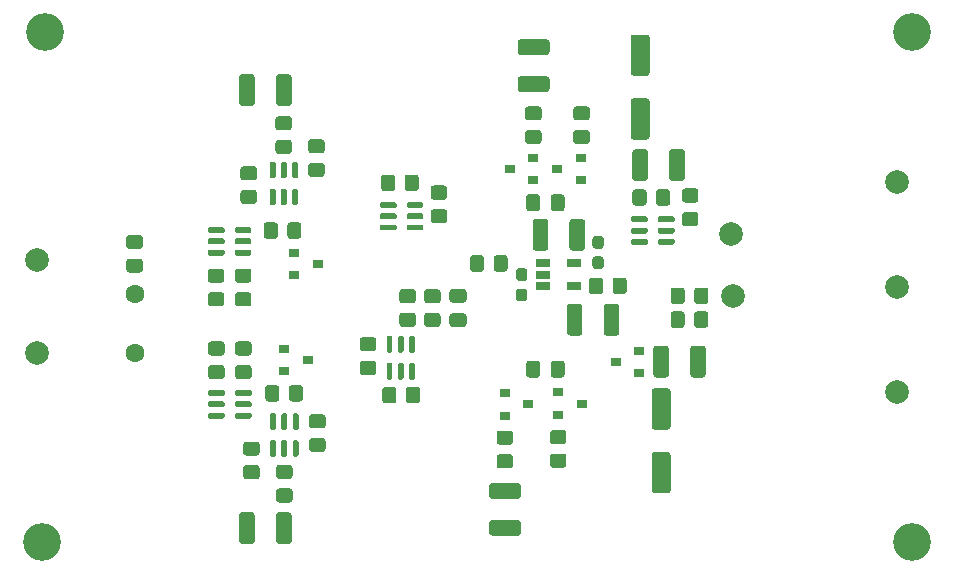
<source format=gbr>
G04 #@! TF.GenerationSoftware,KiCad,Pcbnew,(5.1.10-0-10_14)*
G04 #@! TF.CreationDate,2021-07-28T15:02:55+02:00*
G04 #@! TF.ProjectId,pre-amp-discret,7072652d-616d-4702-9d64-697363726574,rev?*
G04 #@! TF.SameCoordinates,Original*
G04 #@! TF.FileFunction,Soldermask,Top*
G04 #@! TF.FilePolarity,Negative*
%FSLAX46Y46*%
G04 Gerber Fmt 4.6, Leading zero omitted, Abs format (unit mm)*
G04 Created by KiCad (PCBNEW (5.1.10-0-10_14)) date 2021-07-28 15:02:55*
%MOMM*%
%LPD*%
G01*
G04 APERTURE LIST*
%ADD10R,1.220000X0.650000*%
%ADD11R,0.900000X0.800000*%
%ADD12C,2.000000*%
%ADD13C,3.200000*%
%ADD14C,1.600000*%
G04 APERTURE END LIST*
G36*
G01*
X178985000Y-133957000D02*
X177885000Y-133957000D01*
G75*
G02*
X177635000Y-133707000I0J250000D01*
G01*
X177635000Y-130707000D01*
G75*
G02*
X177885000Y-130457000I250000J0D01*
G01*
X178985000Y-130457000D01*
G75*
G02*
X179235000Y-130707000I0J-250000D01*
G01*
X179235000Y-133707000D01*
G75*
G02*
X178985000Y-133957000I-250000J0D01*
G01*
G37*
G36*
G01*
X178985000Y-139357000D02*
X177885000Y-139357000D01*
G75*
G02*
X177635000Y-139107000I0J250000D01*
G01*
X177635000Y-136107000D01*
G75*
G02*
X177885000Y-135857000I250000J0D01*
G01*
X178985000Y-135857000D01*
G75*
G02*
X179235000Y-136107000I0J-250000D01*
G01*
X179235000Y-139107000D01*
G75*
G02*
X178985000Y-139357000I-250000J0D01*
G01*
G37*
G36*
G01*
X177207000Y-104015500D02*
X176107000Y-104015500D01*
G75*
G02*
X175857000Y-103765500I0J250000D01*
G01*
X175857000Y-100765500D01*
G75*
G02*
X176107000Y-100515500I250000J0D01*
G01*
X177207000Y-100515500D01*
G75*
G02*
X177457000Y-100765500I0J-250000D01*
G01*
X177457000Y-103765500D01*
G75*
G02*
X177207000Y-104015500I-250000J0D01*
G01*
G37*
G36*
G01*
X177207000Y-109415500D02*
X176107000Y-109415500D01*
G75*
G02*
X175857000Y-109165500I0J250000D01*
G01*
X175857000Y-106165500D01*
G75*
G02*
X176107000Y-105915500I250000J0D01*
G01*
X177207000Y-105915500D01*
G75*
G02*
X177457000Y-106165500I0J-250000D01*
G01*
X177457000Y-109165500D01*
G75*
G02*
X177207000Y-109415500I-250000J0D01*
G01*
G37*
G36*
G01*
X144032000Y-141203499D02*
X144032000Y-143403501D01*
G75*
G02*
X143782001Y-143653500I-249999J0D01*
G01*
X142956999Y-143653500D01*
G75*
G02*
X142707000Y-143403501I0J249999D01*
G01*
X142707000Y-141203499D01*
G75*
G02*
X142956999Y-140953500I249999J0D01*
G01*
X143782001Y-140953500D01*
G75*
G02*
X144032000Y-141203499I0J-249999D01*
G01*
G37*
G36*
G01*
X147157000Y-141203499D02*
X147157000Y-143403501D01*
G75*
G02*
X146907001Y-143653500I-249999J0D01*
G01*
X146081999Y-143653500D01*
G75*
G02*
X145832000Y-143403501I0J249999D01*
G01*
X145832000Y-141203499D01*
G75*
G02*
X146081999Y-140953500I249999J0D01*
G01*
X146907001Y-140953500D01*
G75*
G02*
X147157000Y-141203499I0J-249999D01*
G01*
G37*
G36*
G01*
X145832000Y-106319501D02*
X145832000Y-104119499D01*
G75*
G02*
X146081999Y-103869500I249999J0D01*
G01*
X146907001Y-103869500D01*
G75*
G02*
X147157000Y-104119499I0J-249999D01*
G01*
X147157000Y-106319501D01*
G75*
G02*
X146907001Y-106569500I-249999J0D01*
G01*
X146081999Y-106569500D01*
G75*
G02*
X145832000Y-106319501I0J249999D01*
G01*
G37*
G36*
G01*
X142707000Y-106319501D02*
X142707000Y-104119499D01*
G75*
G02*
X142956999Y-103869500I249999J0D01*
G01*
X143782001Y-103869500D01*
G75*
G02*
X144032000Y-104119499I0J-249999D01*
G01*
X144032000Y-106319501D01*
G75*
G02*
X143782001Y-106569500I-249999J0D01*
G01*
X142956999Y-106569500D01*
G75*
G02*
X142707000Y-106319501I0J249999D01*
G01*
G37*
G36*
G01*
X171778000Y-123550499D02*
X171778000Y-125750501D01*
G75*
G02*
X171528001Y-126000500I-249999J0D01*
G01*
X170702999Y-126000500D01*
G75*
G02*
X170453000Y-125750501I0J249999D01*
G01*
X170453000Y-123550499D01*
G75*
G02*
X170702999Y-123300500I249999J0D01*
G01*
X171528001Y-123300500D01*
G75*
G02*
X171778000Y-123550499I0J-249999D01*
G01*
G37*
G36*
G01*
X174903000Y-123550499D02*
X174903000Y-125750501D01*
G75*
G02*
X174653001Y-126000500I-249999J0D01*
G01*
X173827999Y-126000500D01*
G75*
G02*
X173578000Y-125750501I0J249999D01*
G01*
X173578000Y-123550499D01*
G75*
G02*
X173827999Y-123300500I249999J0D01*
G01*
X174653001Y-123300500D01*
G75*
G02*
X174903000Y-123550499I0J-249999D01*
G01*
G37*
G36*
G01*
X170677500Y-118575001D02*
X170677500Y-116374999D01*
G75*
G02*
X170927499Y-116125000I249999J0D01*
G01*
X171752501Y-116125000D01*
G75*
G02*
X172002500Y-116374999I0J-249999D01*
G01*
X172002500Y-118575001D01*
G75*
G02*
X171752501Y-118825000I-249999J0D01*
G01*
X170927499Y-118825000D01*
G75*
G02*
X170677500Y-118575001I0J249999D01*
G01*
G37*
G36*
G01*
X167552500Y-118575001D02*
X167552500Y-116374999D01*
G75*
G02*
X167802499Y-116125000I249999J0D01*
G01*
X168627501Y-116125000D01*
G75*
G02*
X168877500Y-116374999I0J-249999D01*
G01*
X168877500Y-118575001D01*
G75*
G02*
X168627501Y-118825000I-249999J0D01*
G01*
X167802499Y-118825000D01*
G75*
G02*
X167552500Y-118575001I0J249999D01*
G01*
G37*
G36*
G01*
X180897500Y-129306501D02*
X180897500Y-127106499D01*
G75*
G02*
X181147499Y-126856500I249999J0D01*
G01*
X181972501Y-126856500D01*
G75*
G02*
X182222500Y-127106499I0J-249999D01*
G01*
X182222500Y-129306501D01*
G75*
G02*
X181972501Y-129556500I-249999J0D01*
G01*
X181147499Y-129556500D01*
G75*
G02*
X180897500Y-129306501I0J249999D01*
G01*
G37*
G36*
G01*
X177772500Y-129306501D02*
X177772500Y-127106499D01*
G75*
G02*
X178022499Y-126856500I249999J0D01*
G01*
X178847501Y-126856500D01*
G75*
G02*
X179097500Y-127106499I0J-249999D01*
G01*
X179097500Y-129306501D01*
G75*
G02*
X178847501Y-129556500I-249999J0D01*
G01*
X178022499Y-129556500D01*
G75*
G02*
X177772500Y-129306501I0J249999D01*
G01*
G37*
G36*
G01*
X177319500Y-110469499D02*
X177319500Y-112669501D01*
G75*
G02*
X177069501Y-112919500I-249999J0D01*
G01*
X176244499Y-112919500D01*
G75*
G02*
X175994500Y-112669501I0J249999D01*
G01*
X175994500Y-110469499D01*
G75*
G02*
X176244499Y-110219500I249999J0D01*
G01*
X177069501Y-110219500D01*
G75*
G02*
X177319500Y-110469499I0J-249999D01*
G01*
G37*
G36*
G01*
X180444500Y-110469499D02*
X180444500Y-112669501D01*
G75*
G02*
X180194501Y-112919500I-249999J0D01*
G01*
X179369499Y-112919500D01*
G75*
G02*
X179119500Y-112669501I0J249999D01*
G01*
X179119500Y-110469499D01*
G75*
G02*
X179369499Y-110219500I249999J0D01*
G01*
X180194501Y-110219500D01*
G75*
G02*
X180444500Y-110469499I0J-249999D01*
G01*
G37*
G36*
G01*
X166539999Y-104049000D02*
X168740001Y-104049000D01*
G75*
G02*
X168990000Y-104298999I0J-249999D01*
G01*
X168990000Y-105124001D01*
G75*
G02*
X168740001Y-105374000I-249999J0D01*
G01*
X166539999Y-105374000D01*
G75*
G02*
X166290000Y-105124001I0J249999D01*
G01*
X166290000Y-104298999D01*
G75*
G02*
X166539999Y-104049000I249999J0D01*
G01*
G37*
G36*
G01*
X166539999Y-100924000D02*
X168740001Y-100924000D01*
G75*
G02*
X168990000Y-101173999I0J-249999D01*
G01*
X168990000Y-101999001D01*
G75*
G02*
X168740001Y-102249000I-249999J0D01*
G01*
X166539999Y-102249000D01*
G75*
G02*
X166290000Y-101999001I0J249999D01*
G01*
X166290000Y-101173999D01*
G75*
G02*
X166539999Y-100924000I249999J0D01*
G01*
G37*
G36*
G01*
X164126999Y-141616000D02*
X166327001Y-141616000D01*
G75*
G02*
X166577000Y-141865999I0J-249999D01*
G01*
X166577000Y-142691001D01*
G75*
G02*
X166327001Y-142941000I-249999J0D01*
G01*
X164126999Y-142941000D01*
G75*
G02*
X163877000Y-142691001I0J249999D01*
G01*
X163877000Y-141865999D01*
G75*
G02*
X164126999Y-141616000I249999J0D01*
G01*
G37*
G36*
G01*
X164126999Y-138491000D02*
X166327001Y-138491000D01*
G75*
G02*
X166577000Y-138740999I0J-249999D01*
G01*
X166577000Y-139566001D01*
G75*
G02*
X166327001Y-139816000I-249999J0D01*
G01*
X164126999Y-139816000D01*
G75*
G02*
X163877000Y-139566001I0J249999D01*
G01*
X163877000Y-138740999D01*
G75*
G02*
X164126999Y-138491000I249999J0D01*
G01*
G37*
D10*
X171022000Y-119893000D03*
X171022000Y-121793000D03*
X168402000Y-121793000D03*
X168402000Y-120843000D03*
X168402000Y-119893000D03*
G36*
G01*
X163446000Y-119437999D02*
X163446000Y-120338001D01*
G75*
G02*
X163196001Y-120588000I-249999J0D01*
G01*
X162495999Y-120588000D01*
G75*
G02*
X162246000Y-120338001I0J249999D01*
G01*
X162246000Y-119437999D01*
G75*
G02*
X162495999Y-119188000I249999J0D01*
G01*
X163196001Y-119188000D01*
G75*
G02*
X163446000Y-119437999I0J-249999D01*
G01*
G37*
G36*
G01*
X165446000Y-119437999D02*
X165446000Y-120338001D01*
G75*
G02*
X165196001Y-120588000I-249999J0D01*
G01*
X164495999Y-120588000D01*
G75*
G02*
X164246000Y-120338001I0J249999D01*
G01*
X164246000Y-119437999D01*
G75*
G02*
X164495999Y-119188000I249999J0D01*
G01*
X165196001Y-119188000D01*
G75*
G02*
X165446000Y-119437999I0J-249999D01*
G01*
G37*
G36*
G01*
X180432000Y-124200499D02*
X180432000Y-125100501D01*
G75*
G02*
X180182001Y-125350500I-249999J0D01*
G01*
X179481999Y-125350500D01*
G75*
G02*
X179232000Y-125100501I0J249999D01*
G01*
X179232000Y-124200499D01*
G75*
G02*
X179481999Y-123950500I249999J0D01*
G01*
X180182001Y-123950500D01*
G75*
G02*
X180432000Y-124200499I0J-249999D01*
G01*
G37*
G36*
G01*
X182432000Y-124200499D02*
X182432000Y-125100501D01*
G75*
G02*
X182182001Y-125350500I-249999J0D01*
G01*
X181481999Y-125350500D01*
G75*
G02*
X181232000Y-125100501I0J249999D01*
G01*
X181232000Y-124200499D01*
G75*
G02*
X181481999Y-123950500I249999J0D01*
G01*
X182182001Y-123950500D01*
G75*
G02*
X182432000Y-124200499I0J-249999D01*
G01*
G37*
G36*
G01*
X174326500Y-122243001D02*
X174326500Y-121342999D01*
G75*
G02*
X174576499Y-121093000I249999J0D01*
G01*
X175276501Y-121093000D01*
G75*
G02*
X175526500Y-121342999I0J-249999D01*
G01*
X175526500Y-122243001D01*
G75*
G02*
X175276501Y-122493000I-249999J0D01*
G01*
X174576499Y-122493000D01*
G75*
G02*
X174326500Y-122243001I0J249999D01*
G01*
G37*
G36*
G01*
X172326500Y-122243001D02*
X172326500Y-121342999D01*
G75*
G02*
X172576499Y-121093000I249999J0D01*
G01*
X173276501Y-121093000D01*
G75*
G02*
X173526500Y-121342999I0J-249999D01*
G01*
X173526500Y-122243001D01*
G75*
G02*
X173276501Y-122493000I-249999J0D01*
G01*
X172576499Y-122493000D01*
G75*
G02*
X172326500Y-122243001I0J249999D01*
G01*
G37*
G36*
G01*
X166861500Y-121378000D02*
X166386500Y-121378000D01*
G75*
G02*
X166149000Y-121140500I0J237500D01*
G01*
X166149000Y-120540500D01*
G75*
G02*
X166386500Y-120303000I237500J0D01*
G01*
X166861500Y-120303000D01*
G75*
G02*
X167099000Y-120540500I0J-237500D01*
G01*
X167099000Y-121140500D01*
G75*
G02*
X166861500Y-121378000I-237500J0D01*
G01*
G37*
G36*
G01*
X166861500Y-123103000D02*
X166386500Y-123103000D01*
G75*
G02*
X166149000Y-122865500I0J237500D01*
G01*
X166149000Y-122265500D01*
G75*
G02*
X166386500Y-122028000I237500J0D01*
G01*
X166861500Y-122028000D01*
G75*
G02*
X167099000Y-122265500I0J-237500D01*
G01*
X167099000Y-122865500D01*
G75*
G02*
X166861500Y-123103000I-237500J0D01*
G01*
G37*
G36*
G01*
X172863500Y-119297500D02*
X173338500Y-119297500D01*
G75*
G02*
X173576000Y-119535000I0J-237500D01*
G01*
X173576000Y-120135000D01*
G75*
G02*
X173338500Y-120372500I-237500J0D01*
G01*
X172863500Y-120372500D01*
G75*
G02*
X172626000Y-120135000I0J237500D01*
G01*
X172626000Y-119535000D01*
G75*
G02*
X172863500Y-119297500I237500J0D01*
G01*
G37*
G36*
G01*
X172863500Y-117572500D02*
X173338500Y-117572500D01*
G75*
G02*
X173576000Y-117810000I0J-237500D01*
G01*
X173576000Y-118410000D01*
G75*
G02*
X173338500Y-118647500I-237500J0D01*
G01*
X172863500Y-118647500D01*
G75*
G02*
X172626000Y-118410000I0J237500D01*
G01*
X172626000Y-117810000D01*
G75*
G02*
X172863500Y-117572500I237500J0D01*
G01*
G37*
G36*
G01*
X145710100Y-133999000D02*
X145460100Y-133999000D01*
G75*
G02*
X145335100Y-133874000I0J125000D01*
G01*
X145335100Y-132699000D01*
G75*
G02*
X145460100Y-132574000I125000J0D01*
G01*
X145710100Y-132574000D01*
G75*
G02*
X145835100Y-132699000I0J-125000D01*
G01*
X145835100Y-133874000D01*
G75*
G02*
X145710100Y-133999000I-125000J0D01*
G01*
G37*
G36*
G01*
X146660100Y-133999000D02*
X146410100Y-133999000D01*
G75*
G02*
X146285100Y-133874000I0J125000D01*
G01*
X146285100Y-132699000D01*
G75*
G02*
X146410100Y-132574000I125000J0D01*
G01*
X146660100Y-132574000D01*
G75*
G02*
X146785100Y-132699000I0J-125000D01*
G01*
X146785100Y-133874000D01*
G75*
G02*
X146660100Y-133999000I-125000J0D01*
G01*
G37*
G36*
G01*
X147610100Y-133999000D02*
X147360100Y-133999000D01*
G75*
G02*
X147235100Y-133874000I0J125000D01*
G01*
X147235100Y-132699000D01*
G75*
G02*
X147360100Y-132574000I125000J0D01*
G01*
X147610100Y-132574000D01*
G75*
G02*
X147735100Y-132699000I0J-125000D01*
G01*
X147735100Y-133874000D01*
G75*
G02*
X147610100Y-133999000I-125000J0D01*
G01*
G37*
G36*
G01*
X147610100Y-136274000D02*
X147360100Y-136274000D01*
G75*
G02*
X147235100Y-136149000I0J125000D01*
G01*
X147235100Y-134974000D01*
G75*
G02*
X147360100Y-134849000I125000J0D01*
G01*
X147610100Y-134849000D01*
G75*
G02*
X147735100Y-134974000I0J-125000D01*
G01*
X147735100Y-136149000D01*
G75*
G02*
X147610100Y-136274000I-125000J0D01*
G01*
G37*
G36*
G01*
X146660100Y-136274000D02*
X146410100Y-136274000D01*
G75*
G02*
X146285100Y-136149000I0J125000D01*
G01*
X146285100Y-134974000D01*
G75*
G02*
X146410100Y-134849000I125000J0D01*
G01*
X146660100Y-134849000D01*
G75*
G02*
X146785100Y-134974000I0J-125000D01*
G01*
X146785100Y-136149000D01*
G75*
G02*
X146660100Y-136274000I-125000J0D01*
G01*
G37*
G36*
G01*
X145710100Y-136274000D02*
X145460100Y-136274000D01*
G75*
G02*
X145335100Y-136149000I0J125000D01*
G01*
X145335100Y-134974000D01*
G75*
G02*
X145460100Y-134849000I125000J0D01*
G01*
X145710100Y-134849000D01*
G75*
G02*
X145835100Y-134974000I0J-125000D01*
G01*
X145835100Y-136149000D01*
G75*
G02*
X145710100Y-136274000I-125000J0D01*
G01*
G37*
G36*
G01*
X142353000Y-130998500D02*
X142353000Y-130748500D01*
G75*
G02*
X142478000Y-130623500I125000J0D01*
G01*
X143653000Y-130623500D01*
G75*
G02*
X143778000Y-130748500I0J-125000D01*
G01*
X143778000Y-130998500D01*
G75*
G02*
X143653000Y-131123500I-125000J0D01*
G01*
X142478000Y-131123500D01*
G75*
G02*
X142353000Y-130998500I0J125000D01*
G01*
G37*
G36*
G01*
X142353000Y-131948500D02*
X142353000Y-131698500D01*
G75*
G02*
X142478000Y-131573500I125000J0D01*
G01*
X143653000Y-131573500D01*
G75*
G02*
X143778000Y-131698500I0J-125000D01*
G01*
X143778000Y-131948500D01*
G75*
G02*
X143653000Y-132073500I-125000J0D01*
G01*
X142478000Y-132073500D01*
G75*
G02*
X142353000Y-131948500I0J125000D01*
G01*
G37*
G36*
G01*
X142353000Y-132898500D02*
X142353000Y-132648500D01*
G75*
G02*
X142478000Y-132523500I125000J0D01*
G01*
X143653000Y-132523500D01*
G75*
G02*
X143778000Y-132648500I0J-125000D01*
G01*
X143778000Y-132898500D01*
G75*
G02*
X143653000Y-133023500I-125000J0D01*
G01*
X142478000Y-133023500D01*
G75*
G02*
X142353000Y-132898500I0J125000D01*
G01*
G37*
G36*
G01*
X140078000Y-132898500D02*
X140078000Y-132648500D01*
G75*
G02*
X140203000Y-132523500I125000J0D01*
G01*
X141378000Y-132523500D01*
G75*
G02*
X141503000Y-132648500I0J-125000D01*
G01*
X141503000Y-132898500D01*
G75*
G02*
X141378000Y-133023500I-125000J0D01*
G01*
X140203000Y-133023500D01*
G75*
G02*
X140078000Y-132898500I0J125000D01*
G01*
G37*
G36*
G01*
X140078000Y-131948500D02*
X140078000Y-131698500D01*
G75*
G02*
X140203000Y-131573500I125000J0D01*
G01*
X141378000Y-131573500D01*
G75*
G02*
X141503000Y-131698500I0J-125000D01*
G01*
X141503000Y-131948500D01*
G75*
G02*
X141378000Y-132073500I-125000J0D01*
G01*
X140203000Y-132073500D01*
G75*
G02*
X140078000Y-131948500I0J125000D01*
G01*
G37*
G36*
G01*
X140078000Y-130998500D02*
X140078000Y-130748500D01*
G75*
G02*
X140203000Y-130623500I125000J0D01*
G01*
X141378000Y-130623500D01*
G75*
G02*
X141503000Y-130748500I0J-125000D01*
G01*
X141503000Y-130998500D01*
G75*
G02*
X141378000Y-131123500I-125000J0D01*
G01*
X140203000Y-131123500D01*
G75*
G02*
X140078000Y-130998500I0J125000D01*
G01*
G37*
G36*
G01*
X177306000Y-117931700D02*
X177306000Y-118181700D01*
G75*
G02*
X177181000Y-118306700I-125000J0D01*
G01*
X176006000Y-118306700D01*
G75*
G02*
X175881000Y-118181700I0J125000D01*
G01*
X175881000Y-117931700D01*
G75*
G02*
X176006000Y-117806700I125000J0D01*
G01*
X177181000Y-117806700D01*
G75*
G02*
X177306000Y-117931700I0J-125000D01*
G01*
G37*
G36*
G01*
X177306000Y-116981700D02*
X177306000Y-117231700D01*
G75*
G02*
X177181000Y-117356700I-125000J0D01*
G01*
X176006000Y-117356700D01*
G75*
G02*
X175881000Y-117231700I0J125000D01*
G01*
X175881000Y-116981700D01*
G75*
G02*
X176006000Y-116856700I125000J0D01*
G01*
X177181000Y-116856700D01*
G75*
G02*
X177306000Y-116981700I0J-125000D01*
G01*
G37*
G36*
G01*
X177306000Y-116031700D02*
X177306000Y-116281700D01*
G75*
G02*
X177181000Y-116406700I-125000J0D01*
G01*
X176006000Y-116406700D01*
G75*
G02*
X175881000Y-116281700I0J125000D01*
G01*
X175881000Y-116031700D01*
G75*
G02*
X176006000Y-115906700I125000J0D01*
G01*
X177181000Y-115906700D01*
G75*
G02*
X177306000Y-116031700I0J-125000D01*
G01*
G37*
G36*
G01*
X179581000Y-116031700D02*
X179581000Y-116281700D01*
G75*
G02*
X179456000Y-116406700I-125000J0D01*
G01*
X178281000Y-116406700D01*
G75*
G02*
X178156000Y-116281700I0J125000D01*
G01*
X178156000Y-116031700D01*
G75*
G02*
X178281000Y-115906700I125000J0D01*
G01*
X179456000Y-115906700D01*
G75*
G02*
X179581000Y-116031700I0J-125000D01*
G01*
G37*
G36*
G01*
X179581000Y-116981700D02*
X179581000Y-117231700D01*
G75*
G02*
X179456000Y-117356700I-125000J0D01*
G01*
X178281000Y-117356700D01*
G75*
G02*
X178156000Y-117231700I0J125000D01*
G01*
X178156000Y-116981700D01*
G75*
G02*
X178281000Y-116856700I125000J0D01*
G01*
X179456000Y-116856700D01*
G75*
G02*
X179581000Y-116981700I0J-125000D01*
G01*
G37*
G36*
G01*
X179581000Y-117931700D02*
X179581000Y-118181700D01*
G75*
G02*
X179456000Y-118306700I-125000J0D01*
G01*
X178281000Y-118306700D01*
G75*
G02*
X178156000Y-118181700I0J125000D01*
G01*
X178156000Y-117931700D01*
G75*
G02*
X178281000Y-117806700I125000J0D01*
G01*
X179456000Y-117806700D01*
G75*
G02*
X179581000Y-117931700I0J-125000D01*
G01*
G37*
G36*
G01*
X156033500Y-116722700D02*
X156033500Y-116972700D01*
G75*
G02*
X155908500Y-117097700I-125000J0D01*
G01*
X154733500Y-117097700D01*
G75*
G02*
X154608500Y-116972700I0J125000D01*
G01*
X154608500Y-116722700D01*
G75*
G02*
X154733500Y-116597700I125000J0D01*
G01*
X155908500Y-116597700D01*
G75*
G02*
X156033500Y-116722700I0J-125000D01*
G01*
G37*
G36*
G01*
X156033500Y-115772700D02*
X156033500Y-116022700D01*
G75*
G02*
X155908500Y-116147700I-125000J0D01*
G01*
X154733500Y-116147700D01*
G75*
G02*
X154608500Y-116022700I0J125000D01*
G01*
X154608500Y-115772700D01*
G75*
G02*
X154733500Y-115647700I125000J0D01*
G01*
X155908500Y-115647700D01*
G75*
G02*
X156033500Y-115772700I0J-125000D01*
G01*
G37*
G36*
G01*
X156033500Y-114822700D02*
X156033500Y-115072700D01*
G75*
G02*
X155908500Y-115197700I-125000J0D01*
G01*
X154733500Y-115197700D01*
G75*
G02*
X154608500Y-115072700I0J125000D01*
G01*
X154608500Y-114822700D01*
G75*
G02*
X154733500Y-114697700I125000J0D01*
G01*
X155908500Y-114697700D01*
G75*
G02*
X156033500Y-114822700I0J-125000D01*
G01*
G37*
G36*
G01*
X158308500Y-114822700D02*
X158308500Y-115072700D01*
G75*
G02*
X158183500Y-115197700I-125000J0D01*
G01*
X157008500Y-115197700D01*
G75*
G02*
X156883500Y-115072700I0J125000D01*
G01*
X156883500Y-114822700D01*
G75*
G02*
X157008500Y-114697700I125000J0D01*
G01*
X158183500Y-114697700D01*
G75*
G02*
X158308500Y-114822700I0J-125000D01*
G01*
G37*
G36*
G01*
X158308500Y-115772700D02*
X158308500Y-116022700D01*
G75*
G02*
X158183500Y-116147700I-125000J0D01*
G01*
X157008500Y-116147700D01*
G75*
G02*
X156883500Y-116022700I0J125000D01*
G01*
X156883500Y-115772700D01*
G75*
G02*
X157008500Y-115647700I125000J0D01*
G01*
X158183500Y-115647700D01*
G75*
G02*
X158308500Y-115772700I0J-125000D01*
G01*
G37*
G36*
G01*
X158308500Y-116722700D02*
X158308500Y-116972700D01*
G75*
G02*
X158183500Y-117097700I-125000J0D01*
G01*
X157008500Y-117097700D01*
G75*
G02*
X156883500Y-116972700I0J125000D01*
G01*
X156883500Y-116722700D01*
G75*
G02*
X157008500Y-116597700I125000J0D01*
G01*
X158183500Y-116597700D01*
G75*
G02*
X158308500Y-116722700I0J-125000D01*
G01*
G37*
G36*
G01*
X142329300Y-117198600D02*
X142329300Y-116948600D01*
G75*
G02*
X142454300Y-116823600I125000J0D01*
G01*
X143629300Y-116823600D01*
G75*
G02*
X143754300Y-116948600I0J-125000D01*
G01*
X143754300Y-117198600D01*
G75*
G02*
X143629300Y-117323600I-125000J0D01*
G01*
X142454300Y-117323600D01*
G75*
G02*
X142329300Y-117198600I0J125000D01*
G01*
G37*
G36*
G01*
X142329300Y-118148600D02*
X142329300Y-117898600D01*
G75*
G02*
X142454300Y-117773600I125000J0D01*
G01*
X143629300Y-117773600D01*
G75*
G02*
X143754300Y-117898600I0J-125000D01*
G01*
X143754300Y-118148600D01*
G75*
G02*
X143629300Y-118273600I-125000J0D01*
G01*
X142454300Y-118273600D01*
G75*
G02*
X142329300Y-118148600I0J125000D01*
G01*
G37*
G36*
G01*
X142329300Y-119098600D02*
X142329300Y-118848600D01*
G75*
G02*
X142454300Y-118723600I125000J0D01*
G01*
X143629300Y-118723600D01*
G75*
G02*
X143754300Y-118848600I0J-125000D01*
G01*
X143754300Y-119098600D01*
G75*
G02*
X143629300Y-119223600I-125000J0D01*
G01*
X142454300Y-119223600D01*
G75*
G02*
X142329300Y-119098600I0J125000D01*
G01*
G37*
G36*
G01*
X140054300Y-119098600D02*
X140054300Y-118848600D01*
G75*
G02*
X140179300Y-118723600I125000J0D01*
G01*
X141354300Y-118723600D01*
G75*
G02*
X141479300Y-118848600I0J-125000D01*
G01*
X141479300Y-119098600D01*
G75*
G02*
X141354300Y-119223600I-125000J0D01*
G01*
X140179300Y-119223600D01*
G75*
G02*
X140054300Y-119098600I0J125000D01*
G01*
G37*
G36*
G01*
X140054300Y-118148600D02*
X140054300Y-117898600D01*
G75*
G02*
X140179300Y-117773600I125000J0D01*
G01*
X141354300Y-117773600D01*
G75*
G02*
X141479300Y-117898600I0J-125000D01*
G01*
X141479300Y-118148600D01*
G75*
G02*
X141354300Y-118273600I-125000J0D01*
G01*
X140179300Y-118273600D01*
G75*
G02*
X140054300Y-118148600I0J125000D01*
G01*
G37*
G36*
G01*
X140054300Y-117198600D02*
X140054300Y-116948600D01*
G75*
G02*
X140179300Y-116823600I125000J0D01*
G01*
X141354300Y-116823600D01*
G75*
G02*
X141479300Y-116948600I0J-125000D01*
G01*
X141479300Y-117198600D01*
G75*
G02*
X141354300Y-117323600I-125000J0D01*
G01*
X140179300Y-117323600D01*
G75*
G02*
X140054300Y-117198600I0J125000D01*
G01*
G37*
G36*
G01*
X145667000Y-112699400D02*
X145417000Y-112699400D01*
G75*
G02*
X145292000Y-112574400I0J125000D01*
G01*
X145292000Y-111399400D01*
G75*
G02*
X145417000Y-111274400I125000J0D01*
G01*
X145667000Y-111274400D01*
G75*
G02*
X145792000Y-111399400I0J-125000D01*
G01*
X145792000Y-112574400D01*
G75*
G02*
X145667000Y-112699400I-125000J0D01*
G01*
G37*
G36*
G01*
X146617000Y-112699400D02*
X146367000Y-112699400D01*
G75*
G02*
X146242000Y-112574400I0J125000D01*
G01*
X146242000Y-111399400D01*
G75*
G02*
X146367000Y-111274400I125000J0D01*
G01*
X146617000Y-111274400D01*
G75*
G02*
X146742000Y-111399400I0J-125000D01*
G01*
X146742000Y-112574400D01*
G75*
G02*
X146617000Y-112699400I-125000J0D01*
G01*
G37*
G36*
G01*
X147567000Y-112699400D02*
X147317000Y-112699400D01*
G75*
G02*
X147192000Y-112574400I0J125000D01*
G01*
X147192000Y-111399400D01*
G75*
G02*
X147317000Y-111274400I125000J0D01*
G01*
X147567000Y-111274400D01*
G75*
G02*
X147692000Y-111399400I0J-125000D01*
G01*
X147692000Y-112574400D01*
G75*
G02*
X147567000Y-112699400I-125000J0D01*
G01*
G37*
G36*
G01*
X147567000Y-114974400D02*
X147317000Y-114974400D01*
G75*
G02*
X147192000Y-114849400I0J125000D01*
G01*
X147192000Y-113674400D01*
G75*
G02*
X147317000Y-113549400I125000J0D01*
G01*
X147567000Y-113549400D01*
G75*
G02*
X147692000Y-113674400I0J-125000D01*
G01*
X147692000Y-114849400D01*
G75*
G02*
X147567000Y-114974400I-125000J0D01*
G01*
G37*
G36*
G01*
X146617000Y-114974400D02*
X146367000Y-114974400D01*
G75*
G02*
X146242000Y-114849400I0J125000D01*
G01*
X146242000Y-113674400D01*
G75*
G02*
X146367000Y-113549400I125000J0D01*
G01*
X146617000Y-113549400D01*
G75*
G02*
X146742000Y-113674400I0J-125000D01*
G01*
X146742000Y-114849400D01*
G75*
G02*
X146617000Y-114974400I-125000J0D01*
G01*
G37*
G36*
G01*
X145667000Y-114974400D02*
X145417000Y-114974400D01*
G75*
G02*
X145292000Y-114849400I0J125000D01*
G01*
X145292000Y-113674400D01*
G75*
G02*
X145417000Y-113549400I125000J0D01*
G01*
X145667000Y-113549400D01*
G75*
G02*
X145792000Y-113674400I0J-125000D01*
G01*
X145792000Y-114849400D01*
G75*
G02*
X145667000Y-114974400I-125000J0D01*
G01*
G37*
G36*
G01*
X157215300Y-128303800D02*
X157465300Y-128303800D01*
G75*
G02*
X157590300Y-128428800I0J-125000D01*
G01*
X157590300Y-129603800D01*
G75*
G02*
X157465300Y-129728800I-125000J0D01*
G01*
X157215300Y-129728800D01*
G75*
G02*
X157090300Y-129603800I0J125000D01*
G01*
X157090300Y-128428800D01*
G75*
G02*
X157215300Y-128303800I125000J0D01*
G01*
G37*
G36*
G01*
X156265300Y-128303800D02*
X156515300Y-128303800D01*
G75*
G02*
X156640300Y-128428800I0J-125000D01*
G01*
X156640300Y-129603800D01*
G75*
G02*
X156515300Y-129728800I-125000J0D01*
G01*
X156265300Y-129728800D01*
G75*
G02*
X156140300Y-129603800I0J125000D01*
G01*
X156140300Y-128428800D01*
G75*
G02*
X156265300Y-128303800I125000J0D01*
G01*
G37*
G36*
G01*
X155315300Y-128303800D02*
X155565300Y-128303800D01*
G75*
G02*
X155690300Y-128428800I0J-125000D01*
G01*
X155690300Y-129603800D01*
G75*
G02*
X155565300Y-129728800I-125000J0D01*
G01*
X155315300Y-129728800D01*
G75*
G02*
X155190300Y-129603800I0J125000D01*
G01*
X155190300Y-128428800D01*
G75*
G02*
X155315300Y-128303800I125000J0D01*
G01*
G37*
G36*
G01*
X155315300Y-126028800D02*
X155565300Y-126028800D01*
G75*
G02*
X155690300Y-126153800I0J-125000D01*
G01*
X155690300Y-127328800D01*
G75*
G02*
X155565300Y-127453800I-125000J0D01*
G01*
X155315300Y-127453800D01*
G75*
G02*
X155190300Y-127328800I0J125000D01*
G01*
X155190300Y-126153800D01*
G75*
G02*
X155315300Y-126028800I125000J0D01*
G01*
G37*
G36*
G01*
X156265300Y-126028800D02*
X156515300Y-126028800D01*
G75*
G02*
X156640300Y-126153800I0J-125000D01*
G01*
X156640300Y-127328800D01*
G75*
G02*
X156515300Y-127453800I-125000J0D01*
G01*
X156265300Y-127453800D01*
G75*
G02*
X156140300Y-127328800I0J125000D01*
G01*
X156140300Y-126153800D01*
G75*
G02*
X156265300Y-126028800I125000J0D01*
G01*
G37*
G36*
G01*
X157215300Y-126028800D02*
X157465300Y-126028800D01*
G75*
G02*
X157590300Y-126153800I0J-125000D01*
G01*
X157590300Y-127328800D01*
G75*
G02*
X157465300Y-127453800I-125000J0D01*
G01*
X157215300Y-127453800D01*
G75*
G02*
X157090300Y-127328800I0J125000D01*
G01*
X157090300Y-126153800D01*
G75*
G02*
X157215300Y-126028800I125000J0D01*
G01*
G37*
G36*
G01*
X146082599Y-138941000D02*
X146982601Y-138941000D01*
G75*
G02*
X147232600Y-139190999I0J-249999D01*
G01*
X147232600Y-139891001D01*
G75*
G02*
X146982601Y-140141000I-249999J0D01*
G01*
X146082599Y-140141000D01*
G75*
G02*
X145832600Y-139891001I0J249999D01*
G01*
X145832600Y-139190999D01*
G75*
G02*
X146082599Y-138941000I249999J0D01*
G01*
G37*
G36*
G01*
X146082599Y-136941000D02*
X146982601Y-136941000D01*
G75*
G02*
X147232600Y-137190999I0J-249999D01*
G01*
X147232600Y-137891001D01*
G75*
G02*
X146982601Y-138141000I-249999J0D01*
G01*
X146082599Y-138141000D01*
G75*
G02*
X145832600Y-137891001I0J249999D01*
G01*
X145832600Y-137190999D01*
G75*
G02*
X146082599Y-136941000I249999J0D01*
G01*
G37*
G36*
G01*
X146110500Y-130436199D02*
X146110500Y-131336201D01*
G75*
G02*
X145860501Y-131586200I-249999J0D01*
G01*
X145160499Y-131586200D01*
G75*
G02*
X144910500Y-131336201I0J249999D01*
G01*
X144910500Y-130436199D01*
G75*
G02*
X145160499Y-130186200I249999J0D01*
G01*
X145860501Y-130186200D01*
G75*
G02*
X146110500Y-130436199I0J-249999D01*
G01*
G37*
G36*
G01*
X148110500Y-130436199D02*
X148110500Y-131336201D01*
G75*
G02*
X147860501Y-131586200I-249999J0D01*
G01*
X147160499Y-131586200D01*
G75*
G02*
X146910500Y-131336201I0J249999D01*
G01*
X146910500Y-130436199D01*
G75*
G02*
X147160499Y-130186200I249999J0D01*
G01*
X147860501Y-130186200D01*
G75*
G02*
X148110500Y-130436199I0J-249999D01*
G01*
G37*
G36*
G01*
X145983500Y-116656699D02*
X145983500Y-117556701D01*
G75*
G02*
X145733501Y-117806700I-249999J0D01*
G01*
X145033499Y-117806700D01*
G75*
G02*
X144783500Y-117556701I0J249999D01*
G01*
X144783500Y-116656699D01*
G75*
G02*
X145033499Y-116406700I249999J0D01*
G01*
X145733501Y-116406700D01*
G75*
G02*
X145983500Y-116656699I0J-249999D01*
G01*
G37*
G36*
G01*
X147983500Y-116656699D02*
X147983500Y-117556701D01*
G75*
G02*
X147733501Y-117806700I-249999J0D01*
G01*
X147033499Y-117806700D01*
G75*
G02*
X146783500Y-117556701I0J249999D01*
G01*
X146783500Y-116656699D01*
G75*
G02*
X147033499Y-116406700I249999J0D01*
G01*
X147733501Y-116406700D01*
G75*
G02*
X147983500Y-116656699I0J-249999D01*
G01*
G37*
G36*
G01*
X146031799Y-109420100D02*
X146931801Y-109420100D01*
G75*
G02*
X147181800Y-109670099I0J-249999D01*
G01*
X147181800Y-110370101D01*
G75*
G02*
X146931801Y-110620100I-249999J0D01*
G01*
X146031799Y-110620100D01*
G75*
G02*
X145781800Y-110370101I0J249999D01*
G01*
X145781800Y-109670099D01*
G75*
G02*
X146031799Y-109420100I249999J0D01*
G01*
G37*
G36*
G01*
X146031799Y-107420100D02*
X146931801Y-107420100D01*
G75*
G02*
X147181800Y-107670099I0J-249999D01*
G01*
X147181800Y-108370101D01*
G75*
G02*
X146931801Y-108620100I-249999J0D01*
G01*
X146031799Y-108620100D01*
G75*
G02*
X145781800Y-108370101I0J249999D01*
G01*
X145781800Y-107670099D01*
G75*
G02*
X146031799Y-107420100I249999J0D01*
G01*
G37*
D11*
X148532600Y-128043900D03*
X146532600Y-128993900D03*
X146532600Y-127093900D03*
X149383500Y-119949000D03*
X147383500Y-120899000D03*
X147383500Y-118999000D03*
G36*
G01*
X143301299Y-136972500D02*
X144201301Y-136972500D01*
G75*
G02*
X144451300Y-137222499I0J-249999D01*
G01*
X144451300Y-137922501D01*
G75*
G02*
X144201301Y-138172500I-249999J0D01*
G01*
X143301299Y-138172500D01*
G75*
G02*
X143051300Y-137922501I0J249999D01*
G01*
X143051300Y-137222499D01*
G75*
G02*
X143301299Y-136972500I249999J0D01*
G01*
G37*
G36*
G01*
X143301299Y-134972500D02*
X144201301Y-134972500D01*
G75*
G02*
X144451300Y-135222499I0J-249999D01*
G01*
X144451300Y-135922501D01*
G75*
G02*
X144201301Y-136172500I-249999J0D01*
G01*
X143301299Y-136172500D01*
G75*
G02*
X143051300Y-135922501I0J249999D01*
G01*
X143051300Y-135222499D01*
G75*
G02*
X143301299Y-134972500I249999J0D01*
G01*
G37*
X165614600Y-111884500D03*
X167614600Y-110934500D03*
X167614600Y-112834500D03*
G36*
G01*
X180444700Y-122181199D02*
X180444700Y-123081201D01*
G75*
G02*
X180194701Y-123331200I-249999J0D01*
G01*
X179494699Y-123331200D01*
G75*
G02*
X179244700Y-123081201I0J249999D01*
G01*
X179244700Y-122181199D01*
G75*
G02*
X179494699Y-121931200I249999J0D01*
G01*
X180194701Y-121931200D01*
G75*
G02*
X180444700Y-122181199I0J-249999D01*
G01*
G37*
G36*
G01*
X182444700Y-122181199D02*
X182444700Y-123081201D01*
G75*
G02*
X182194701Y-123331200I-249999J0D01*
G01*
X181494699Y-123331200D01*
G75*
G02*
X181244700Y-123081201I0J249999D01*
G01*
X181244700Y-122181199D01*
G75*
G02*
X181494699Y-121931200I249999J0D01*
G01*
X182194701Y-121931200D01*
G75*
G02*
X182444700Y-122181199I0J-249999D01*
G01*
G37*
G36*
G01*
X181348801Y-114741500D02*
X180448799Y-114741500D01*
G75*
G02*
X180198800Y-114491501I0J249999D01*
G01*
X180198800Y-113791499D01*
G75*
G02*
X180448799Y-113541500I249999J0D01*
G01*
X181348801Y-113541500D01*
G75*
G02*
X181598800Y-113791499I0J-249999D01*
G01*
X181598800Y-114491501D01*
G75*
G02*
X181348801Y-114741500I-249999J0D01*
G01*
G37*
G36*
G01*
X181348801Y-116741500D02*
X180448799Y-116741500D01*
G75*
G02*
X180198800Y-116491501I0J249999D01*
G01*
X180198800Y-115791499D01*
G75*
G02*
X180448799Y-115541500I249999J0D01*
G01*
X181348801Y-115541500D01*
G75*
G02*
X181598800Y-115791499I0J-249999D01*
G01*
X181598800Y-116491501D01*
G75*
G02*
X181348801Y-116741500I-249999J0D01*
G01*
G37*
G36*
G01*
X169272799Y-135994600D02*
X170172801Y-135994600D01*
G75*
G02*
X170422800Y-136244599I0J-249999D01*
G01*
X170422800Y-136944601D01*
G75*
G02*
X170172801Y-137194600I-249999J0D01*
G01*
X169272799Y-137194600D01*
G75*
G02*
X169022800Y-136944601I0J249999D01*
G01*
X169022800Y-136244599D01*
G75*
G02*
X169272799Y-135994600I249999J0D01*
G01*
G37*
G36*
G01*
X169272799Y-133994600D02*
X170172801Y-133994600D01*
G75*
G02*
X170422800Y-134244599I0J-249999D01*
G01*
X170422800Y-134944601D01*
G75*
G02*
X170172801Y-135194600I-249999J0D01*
G01*
X169272799Y-135194600D01*
G75*
G02*
X169022800Y-134944601I0J249999D01*
G01*
X169022800Y-134244599D01*
G75*
G02*
X169272799Y-133994600I249999J0D01*
G01*
G37*
G36*
G01*
X167164599Y-108588000D02*
X168064601Y-108588000D01*
G75*
G02*
X168314600Y-108837999I0J-249999D01*
G01*
X168314600Y-109538001D01*
G75*
G02*
X168064601Y-109788000I-249999J0D01*
G01*
X167164599Y-109788000D01*
G75*
G02*
X166914600Y-109538001I0J249999D01*
G01*
X166914600Y-108837999D01*
G75*
G02*
X167164599Y-108588000I249999J0D01*
G01*
G37*
G36*
G01*
X167164599Y-106588000D02*
X168064601Y-106588000D01*
G75*
G02*
X168314600Y-106837999I0J-249999D01*
G01*
X168314600Y-107538001D01*
G75*
G02*
X168064601Y-107788000I-249999J0D01*
G01*
X167164599Y-107788000D01*
G75*
G02*
X166914600Y-107538001I0J249999D01*
G01*
X166914600Y-106837999D01*
G75*
G02*
X167164599Y-106588000I249999J0D01*
G01*
G37*
G36*
G01*
X154069201Y-127346000D02*
X153169199Y-127346000D01*
G75*
G02*
X152919200Y-127096001I0J249999D01*
G01*
X152919200Y-126395999D01*
G75*
G02*
X153169199Y-126146000I249999J0D01*
G01*
X154069201Y-126146000D01*
G75*
G02*
X154319200Y-126395999I0J-249999D01*
G01*
X154319200Y-127096001D01*
G75*
G02*
X154069201Y-127346000I-249999J0D01*
G01*
G37*
G36*
G01*
X154069201Y-129346000D02*
X153169199Y-129346000D01*
G75*
G02*
X152919200Y-129096001I0J249999D01*
G01*
X152919200Y-128395999D01*
G75*
G02*
X153169199Y-128146000I249999J0D01*
G01*
X154069201Y-128146000D01*
G75*
G02*
X154319200Y-128395999I0J-249999D01*
G01*
X154319200Y-129096001D01*
G75*
G02*
X154069201Y-129346000I-249999J0D01*
G01*
G37*
G36*
G01*
X142602799Y-122323300D02*
X143502801Y-122323300D01*
G75*
G02*
X143752800Y-122573299I0J-249999D01*
G01*
X143752800Y-123273301D01*
G75*
G02*
X143502801Y-123523300I-249999J0D01*
G01*
X142602799Y-123523300D01*
G75*
G02*
X142352800Y-123273301I0J249999D01*
G01*
X142352800Y-122573299D01*
G75*
G02*
X142602799Y-122323300I249999J0D01*
G01*
G37*
G36*
G01*
X142602799Y-120323300D02*
X143502801Y-120323300D01*
G75*
G02*
X143752800Y-120573299I0J-249999D01*
G01*
X143752800Y-121273301D01*
G75*
G02*
X143502801Y-121523300I-249999J0D01*
G01*
X142602799Y-121523300D01*
G75*
G02*
X142352800Y-121273301I0J249999D01*
G01*
X142352800Y-120573299D01*
G75*
G02*
X142602799Y-120323300I249999J0D01*
G01*
G37*
G36*
G01*
X148800399Y-111375900D02*
X149700401Y-111375900D01*
G75*
G02*
X149950400Y-111625899I0J-249999D01*
G01*
X149950400Y-112325901D01*
G75*
G02*
X149700401Y-112575900I-249999J0D01*
G01*
X148800399Y-112575900D01*
G75*
G02*
X148550400Y-112325901I0J249999D01*
G01*
X148550400Y-111625899D01*
G75*
G02*
X148800399Y-111375900I249999J0D01*
G01*
G37*
G36*
G01*
X148800399Y-109375900D02*
X149700401Y-109375900D01*
G75*
G02*
X149950400Y-109625899I0J-249999D01*
G01*
X149950400Y-110325901D01*
G75*
G02*
X149700401Y-110575900I-249999J0D01*
G01*
X148800399Y-110575900D01*
G75*
G02*
X148550400Y-110325901I0J249999D01*
G01*
X148550400Y-109625899D01*
G75*
G02*
X148800399Y-109375900I249999J0D01*
G01*
G37*
G36*
G01*
X156029200Y-130588599D02*
X156029200Y-131488601D01*
G75*
G02*
X155779201Y-131738600I-249999J0D01*
G01*
X155079199Y-131738600D01*
G75*
G02*
X154829200Y-131488601I0J249999D01*
G01*
X154829200Y-130588599D01*
G75*
G02*
X155079199Y-130338600I249999J0D01*
G01*
X155779201Y-130338600D01*
G75*
G02*
X156029200Y-130588599I0J-249999D01*
G01*
G37*
G36*
G01*
X158029200Y-130588599D02*
X158029200Y-131488601D01*
G75*
G02*
X157779201Y-131738600I-249999J0D01*
G01*
X157079199Y-131738600D01*
G75*
G02*
X156829200Y-131488601I0J249999D01*
G01*
X156829200Y-130588599D01*
G75*
G02*
X157079199Y-130338600I249999J0D01*
G01*
X157779201Y-130338600D01*
G75*
G02*
X158029200Y-130588599I0J-249999D01*
G01*
G37*
G36*
G01*
X140304099Y-122336000D02*
X141204101Y-122336000D01*
G75*
G02*
X141454100Y-122585999I0J-249999D01*
G01*
X141454100Y-123286001D01*
G75*
G02*
X141204101Y-123536000I-249999J0D01*
G01*
X140304099Y-123536000D01*
G75*
G02*
X140054100Y-123286001I0J249999D01*
G01*
X140054100Y-122585999D01*
G75*
G02*
X140304099Y-122336000I249999J0D01*
G01*
G37*
G36*
G01*
X140304099Y-120336000D02*
X141204101Y-120336000D01*
G75*
G02*
X141454100Y-120585999I0J-249999D01*
G01*
X141454100Y-121286001D01*
G75*
G02*
X141204101Y-121536000I-249999J0D01*
G01*
X140304099Y-121536000D01*
G75*
G02*
X140054100Y-121286001I0J249999D01*
G01*
X140054100Y-120585999D01*
G75*
G02*
X140304099Y-120336000I249999J0D01*
G01*
G37*
G36*
G01*
X143072699Y-113661900D02*
X143972701Y-113661900D01*
G75*
G02*
X144222700Y-113911899I0J-249999D01*
G01*
X144222700Y-114611901D01*
G75*
G02*
X143972701Y-114861900I-249999J0D01*
G01*
X143072699Y-114861900D01*
G75*
G02*
X142822700Y-114611901I0J249999D01*
G01*
X142822700Y-113911899D01*
G75*
G02*
X143072699Y-113661900I249999J0D01*
G01*
G37*
G36*
G01*
X143072699Y-111661900D02*
X143972701Y-111661900D01*
G75*
G02*
X144222700Y-111911899I0J-249999D01*
G01*
X144222700Y-112611901D01*
G75*
G02*
X143972701Y-112861900I-249999J0D01*
G01*
X143072699Y-112861900D01*
G75*
G02*
X142822700Y-112611901I0J249999D01*
G01*
X142822700Y-111911899D01*
G75*
G02*
X143072699Y-111661900I249999J0D01*
G01*
G37*
G36*
G01*
X168184500Y-114282200D02*
X168184500Y-115232200D01*
G75*
G02*
X167934500Y-115482200I-250000J0D01*
G01*
X167259500Y-115482200D01*
G75*
G02*
X167009500Y-115232200I0J250000D01*
G01*
X167009500Y-114282200D01*
G75*
G02*
X167259500Y-114032200I250000J0D01*
G01*
X167934500Y-114032200D01*
G75*
G02*
X168184500Y-114282200I0J-250000D01*
G01*
G37*
G36*
G01*
X170259500Y-114282200D02*
X170259500Y-115232200D01*
G75*
G02*
X170009500Y-115482200I-250000J0D01*
G01*
X169334500Y-115482200D01*
G75*
G02*
X169084500Y-115232200I0J250000D01*
G01*
X169084500Y-114282200D01*
G75*
G02*
X169334500Y-114032200I250000J0D01*
G01*
X170009500Y-114032200D01*
G75*
G02*
X170259500Y-114282200I0J-250000D01*
G01*
G37*
D12*
X184327800Y-117398800D03*
X184492900Y-122618500D03*
X198374000Y-121920000D03*
X125603000Y-127508000D03*
X198374000Y-130810000D03*
X125603000Y-119634000D03*
X198374000Y-113030000D03*
D11*
X174606200Y-128229400D03*
X176606200Y-127279400D03*
X176606200Y-129179400D03*
G36*
G01*
X156721000Y-113518101D02*
X156721000Y-112618099D01*
G75*
G02*
X156970999Y-112368100I249999J0D01*
G01*
X157671001Y-112368100D01*
G75*
G02*
X157921000Y-112618099I0J-249999D01*
G01*
X157921000Y-113518101D01*
G75*
G02*
X157671001Y-113768100I-249999J0D01*
G01*
X156970999Y-113768100D01*
G75*
G02*
X156721000Y-113518101I0J249999D01*
G01*
G37*
G36*
G01*
X154721000Y-113518101D02*
X154721000Y-112618099D01*
G75*
G02*
X154970999Y-112368100I249999J0D01*
G01*
X155671001Y-112368100D01*
G75*
G02*
X155921000Y-112618099I0J-249999D01*
G01*
X155921000Y-113518101D01*
G75*
G02*
X155671001Y-113768100I-249999J0D01*
G01*
X154970999Y-113768100D01*
G75*
G02*
X154721000Y-113518101I0J249999D01*
G01*
G37*
G36*
G01*
X168184500Y-128366500D02*
X168184500Y-129316500D01*
G75*
G02*
X167934500Y-129566500I-250000J0D01*
G01*
X167259500Y-129566500D01*
G75*
G02*
X167009500Y-129316500I0J250000D01*
G01*
X167009500Y-128366500D01*
G75*
G02*
X167259500Y-128116500I250000J0D01*
G01*
X167934500Y-128116500D01*
G75*
G02*
X168184500Y-128366500I0J-250000D01*
G01*
G37*
G36*
G01*
X170259500Y-128366500D02*
X170259500Y-129316500D01*
G75*
G02*
X170009500Y-129566500I-250000J0D01*
G01*
X169334500Y-129566500D01*
G75*
G02*
X169084500Y-129316500I0J250000D01*
G01*
X169084500Y-128366500D01*
G75*
G02*
X169334500Y-128116500I250000J0D01*
G01*
X170009500Y-128116500D01*
G75*
G02*
X170259500Y-128366500I0J-250000D01*
G01*
G37*
G36*
G01*
X160764200Y-124113800D02*
X161714200Y-124113800D01*
G75*
G02*
X161964200Y-124363800I0J-250000D01*
G01*
X161964200Y-125038800D01*
G75*
G02*
X161714200Y-125288800I-250000J0D01*
G01*
X160764200Y-125288800D01*
G75*
G02*
X160514200Y-125038800I0J250000D01*
G01*
X160514200Y-124363800D01*
G75*
G02*
X160764200Y-124113800I250000J0D01*
G01*
G37*
G36*
G01*
X160764200Y-122038800D02*
X161714200Y-122038800D01*
G75*
G02*
X161964200Y-122288800I0J-250000D01*
G01*
X161964200Y-122963800D01*
G75*
G02*
X161714200Y-123213800I-250000J0D01*
G01*
X160764200Y-123213800D01*
G75*
G02*
X160514200Y-122963800I0J250000D01*
G01*
X160514200Y-122288800D01*
G75*
G02*
X160764200Y-122038800I250000J0D01*
G01*
G37*
G36*
G01*
X134308001Y-118675200D02*
X133407999Y-118675200D01*
G75*
G02*
X133158000Y-118425201I0J249999D01*
G01*
X133158000Y-117725199D01*
G75*
G02*
X133407999Y-117475200I249999J0D01*
G01*
X134308001Y-117475200D01*
G75*
G02*
X134558000Y-117725199I0J-249999D01*
G01*
X134558000Y-118425201D01*
G75*
G02*
X134308001Y-118675200I-249999J0D01*
G01*
G37*
G36*
G01*
X134308001Y-120675200D02*
X133407999Y-120675200D01*
G75*
G02*
X133158000Y-120425201I0J249999D01*
G01*
X133158000Y-119725199D01*
G75*
G02*
X133407999Y-119475200I249999J0D01*
G01*
X134308001Y-119475200D01*
G75*
G02*
X134558000Y-119725199I0J-249999D01*
G01*
X134558000Y-120425201D01*
G75*
G02*
X134308001Y-120675200I-249999J0D01*
G01*
G37*
G36*
G01*
X178006200Y-114762701D02*
X178006200Y-113862699D01*
G75*
G02*
X178256199Y-113612700I249999J0D01*
G01*
X178956201Y-113612700D01*
G75*
G02*
X179206200Y-113862699I0J-249999D01*
G01*
X179206200Y-114762701D01*
G75*
G02*
X178956201Y-115012700I-249999J0D01*
G01*
X178256199Y-115012700D01*
G75*
G02*
X178006200Y-114762701I0J249999D01*
G01*
G37*
G36*
G01*
X176006200Y-114762701D02*
X176006200Y-113862699D01*
G75*
G02*
X176256199Y-113612700I249999J0D01*
G01*
X176956201Y-113612700D01*
G75*
G02*
X177206200Y-113862699I0J-249999D01*
G01*
X177206200Y-114762701D01*
G75*
G02*
X176956201Y-115012700I-249999J0D01*
G01*
X176256199Y-115012700D01*
G75*
G02*
X176006200Y-114762701I0J249999D01*
G01*
G37*
G36*
G01*
X171253999Y-108588000D02*
X172154001Y-108588000D01*
G75*
G02*
X172404000Y-108837999I0J-249999D01*
G01*
X172404000Y-109538001D01*
G75*
G02*
X172154001Y-109788000I-249999J0D01*
G01*
X171253999Y-109788000D01*
G75*
G02*
X171004000Y-109538001I0J249999D01*
G01*
X171004000Y-108837999D01*
G75*
G02*
X171253999Y-108588000I249999J0D01*
G01*
G37*
G36*
G01*
X171253999Y-106588000D02*
X172154001Y-106588000D01*
G75*
G02*
X172404000Y-106837999I0J-249999D01*
G01*
X172404000Y-107538001D01*
G75*
G02*
X172154001Y-107788000I-249999J0D01*
G01*
X171253999Y-107788000D01*
G75*
G02*
X171004000Y-107538001I0J249999D01*
G01*
X171004000Y-106837999D01*
G75*
G02*
X171253999Y-106588000I249999J0D01*
G01*
G37*
G36*
G01*
X164751599Y-136045400D02*
X165651601Y-136045400D01*
G75*
G02*
X165901600Y-136295399I0J-249999D01*
G01*
X165901600Y-136995401D01*
G75*
G02*
X165651601Y-137245400I-249999J0D01*
G01*
X164751599Y-137245400D01*
G75*
G02*
X164501600Y-136995401I0J249999D01*
G01*
X164501600Y-136295399D01*
G75*
G02*
X164751599Y-136045400I249999J0D01*
G01*
G37*
G36*
G01*
X164751599Y-134045400D02*
X165651601Y-134045400D01*
G75*
G02*
X165901600Y-134295399I0J-249999D01*
G01*
X165901600Y-134995401D01*
G75*
G02*
X165651601Y-135245400I-249999J0D01*
G01*
X164751599Y-135245400D01*
G75*
G02*
X164501600Y-134995401I0J249999D01*
G01*
X164501600Y-134295399D01*
G75*
G02*
X164751599Y-134045400I249999J0D01*
G01*
G37*
G36*
G01*
X158617499Y-124075900D02*
X159517501Y-124075900D01*
G75*
G02*
X159767500Y-124325899I0J-249999D01*
G01*
X159767500Y-125025901D01*
G75*
G02*
X159517501Y-125275900I-249999J0D01*
G01*
X158617499Y-125275900D01*
G75*
G02*
X158367500Y-125025901I0J249999D01*
G01*
X158367500Y-124325899D01*
G75*
G02*
X158617499Y-124075900I249999J0D01*
G01*
G37*
G36*
G01*
X158617499Y-122075900D02*
X159517501Y-122075900D01*
G75*
G02*
X159767500Y-122325899I0J-249999D01*
G01*
X159767500Y-123025901D01*
G75*
G02*
X159517501Y-123275900I-249999J0D01*
G01*
X158617499Y-123275900D01*
G75*
G02*
X158367500Y-123025901I0J249999D01*
G01*
X158367500Y-122325899D01*
G75*
G02*
X158617499Y-122075900I249999J0D01*
G01*
G37*
G36*
G01*
X157422001Y-123263200D02*
X156521999Y-123263200D01*
G75*
G02*
X156272000Y-123013201I0J249999D01*
G01*
X156272000Y-122313199D01*
G75*
G02*
X156521999Y-122063200I249999J0D01*
G01*
X157422001Y-122063200D01*
G75*
G02*
X157672000Y-122313199I0J-249999D01*
G01*
X157672000Y-123013201D01*
G75*
G02*
X157422001Y-123263200I-249999J0D01*
G01*
G37*
G36*
G01*
X157422001Y-125263200D02*
X156521999Y-125263200D01*
G75*
G02*
X156272000Y-125013201I0J249999D01*
G01*
X156272000Y-124313199D01*
G75*
G02*
X156521999Y-124063200I249999J0D01*
G01*
X157422001Y-124063200D01*
G75*
G02*
X157672000Y-124313199I0J-249999D01*
G01*
X157672000Y-125013201D01*
G75*
G02*
X157422001Y-125263200I-249999J0D01*
G01*
G37*
G36*
G01*
X160076301Y-114487500D02*
X159176299Y-114487500D01*
G75*
G02*
X158926300Y-114237501I0J249999D01*
G01*
X158926300Y-113537499D01*
G75*
G02*
X159176299Y-113287500I249999J0D01*
G01*
X160076301Y-113287500D01*
G75*
G02*
X160326300Y-113537499I0J-249999D01*
G01*
X160326300Y-114237501D01*
G75*
G02*
X160076301Y-114487500I-249999J0D01*
G01*
G37*
G36*
G01*
X160076301Y-116487500D02*
X159176299Y-116487500D01*
G75*
G02*
X158926300Y-116237501I0J249999D01*
G01*
X158926300Y-115537499D01*
G75*
G02*
X159176299Y-115287500I249999J0D01*
G01*
X160076301Y-115287500D01*
G75*
G02*
X160326300Y-115537499I0J-249999D01*
G01*
X160326300Y-116237501D01*
G75*
G02*
X160076301Y-116487500I-249999J0D01*
G01*
G37*
G36*
G01*
X148876599Y-134661100D02*
X149776601Y-134661100D01*
G75*
G02*
X150026600Y-134911099I0J-249999D01*
G01*
X150026600Y-135611101D01*
G75*
G02*
X149776601Y-135861100I-249999J0D01*
G01*
X148876599Y-135861100D01*
G75*
G02*
X148626600Y-135611101I0J249999D01*
G01*
X148626600Y-134911099D01*
G75*
G02*
X148876599Y-134661100I249999J0D01*
G01*
G37*
G36*
G01*
X148876599Y-132661100D02*
X149776601Y-132661100D01*
G75*
G02*
X150026600Y-132911099I0J-249999D01*
G01*
X150026600Y-133611101D01*
G75*
G02*
X149776601Y-133861100I-249999J0D01*
G01*
X148876599Y-133861100D01*
G75*
G02*
X148626600Y-133611101I0J249999D01*
G01*
X148626600Y-132911099D01*
G75*
G02*
X148876599Y-132661100I249999J0D01*
G01*
G37*
G36*
G01*
X142615499Y-128495500D02*
X143515501Y-128495500D01*
G75*
G02*
X143765500Y-128745499I0J-249999D01*
G01*
X143765500Y-129445501D01*
G75*
G02*
X143515501Y-129695500I-249999J0D01*
G01*
X142615499Y-129695500D01*
G75*
G02*
X142365500Y-129445501I0J249999D01*
G01*
X142365500Y-128745499D01*
G75*
G02*
X142615499Y-128495500I249999J0D01*
G01*
G37*
G36*
G01*
X142615499Y-126495500D02*
X143515501Y-126495500D01*
G75*
G02*
X143765500Y-126745499I0J-249999D01*
G01*
X143765500Y-127445501D01*
G75*
G02*
X143515501Y-127695500I-249999J0D01*
G01*
X142615499Y-127695500D01*
G75*
G02*
X142365500Y-127445501I0J249999D01*
G01*
X142365500Y-126745499D01*
G75*
G02*
X142615499Y-126495500I249999J0D01*
G01*
G37*
G36*
G01*
X140329499Y-128495500D02*
X141229501Y-128495500D01*
G75*
G02*
X141479500Y-128745499I0J-249999D01*
G01*
X141479500Y-129445501D01*
G75*
G02*
X141229501Y-129695500I-249999J0D01*
G01*
X140329499Y-129695500D01*
G75*
G02*
X140079500Y-129445501I0J249999D01*
G01*
X140079500Y-128745499D01*
G75*
G02*
X140329499Y-128495500I249999J0D01*
G01*
G37*
G36*
G01*
X140329499Y-126495500D02*
X141229501Y-126495500D01*
G75*
G02*
X141479500Y-126745499I0J-249999D01*
G01*
X141479500Y-127445501D01*
G75*
G02*
X141229501Y-127695500I-249999J0D01*
G01*
X140329499Y-127695500D01*
G75*
G02*
X140079500Y-127445501I0J249999D01*
G01*
X140079500Y-126745499D01*
G75*
G02*
X140329499Y-126495500I249999J0D01*
G01*
G37*
X171735500Y-131760000D03*
X169735500Y-132710000D03*
X169735500Y-130810000D03*
X169640500Y-111884500D03*
X171640500Y-110934500D03*
X171640500Y-112834500D03*
X167195500Y-131826000D03*
X165195500Y-132776000D03*
X165195500Y-130876000D03*
D13*
X126238000Y-100330000D03*
X125984000Y-143510000D03*
X199644000Y-143510000D03*
X199644000Y-100330000D03*
D14*
X133858000Y-127491500D03*
X133858000Y-122491500D03*
M02*

</source>
